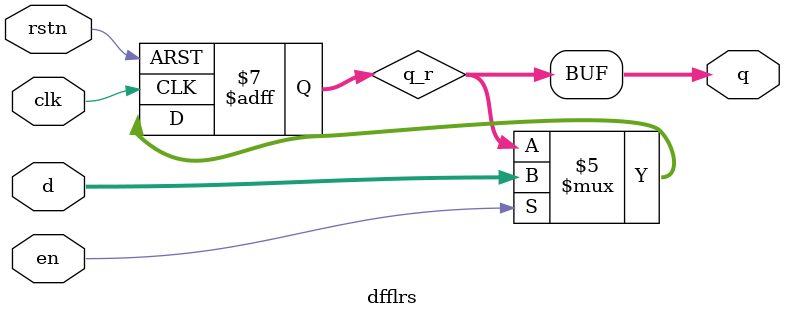
<source format=v>
module dfflrs #(
    parameter DATA_WIDTH = 16
)(
    input wire clk,
    input wire rstn,
    input wire en,
    input wire [DATA_WIDTH-1 : 0] d,

    output wire [DATA_WIDTH-1 : 0] q
);

reg [DATA_WIDTH-1 : 0] q_r;
assign q = q_r;

always @(posedge clk or negedge rstn) begin
    if(rstn == 1'b0) begin
        q_r <= {DATA_WIDTH{1'b1}};
    end
    else if (en == 1'b1) begin
        q_r <= d;
    end
    else begin
        q_r <= q;
    end
end

endmodule 
</source>
